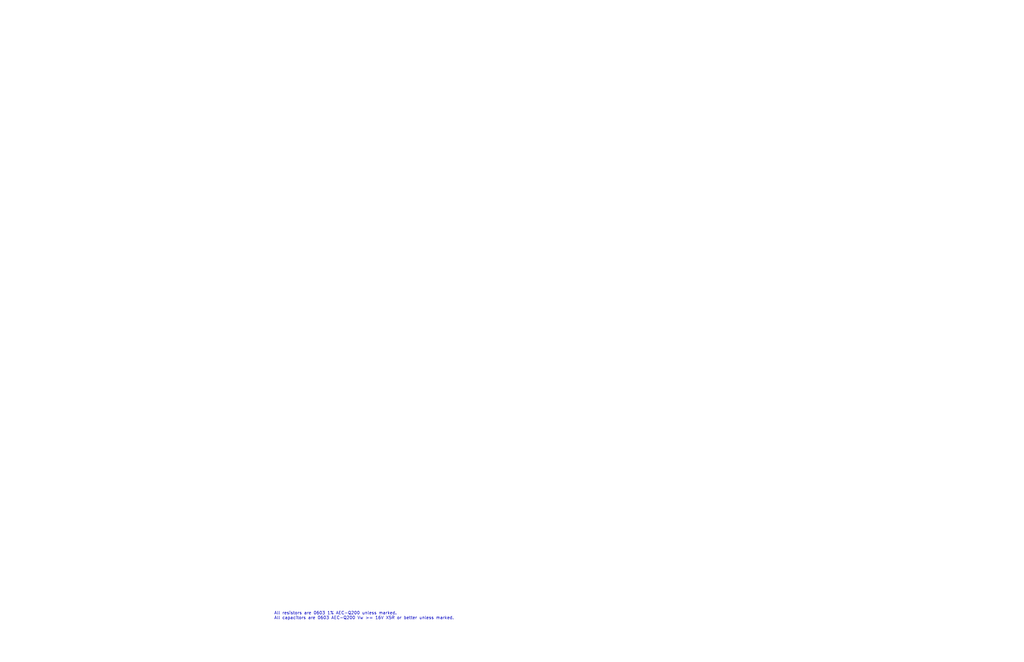
<source format=kicad_sch>
(kicad_sch (version 20230121) (generator eeschema)
  (paper "B")
  (title_block (title "OreSat C3: Deployers") (date "2023-05-29") (rev "6.1"))
  (lib_symbols)
  (text "All resistors are 0603 1% AEC-Q200 unless marked.\nAll capacitors are 0603 AEC-Q200 Vw >= 16V X5R or better unless marked." (at 115.57 261.62 0) (effects (font (size 1.27 1.27)) (justify left bottom)))
)
</source>
